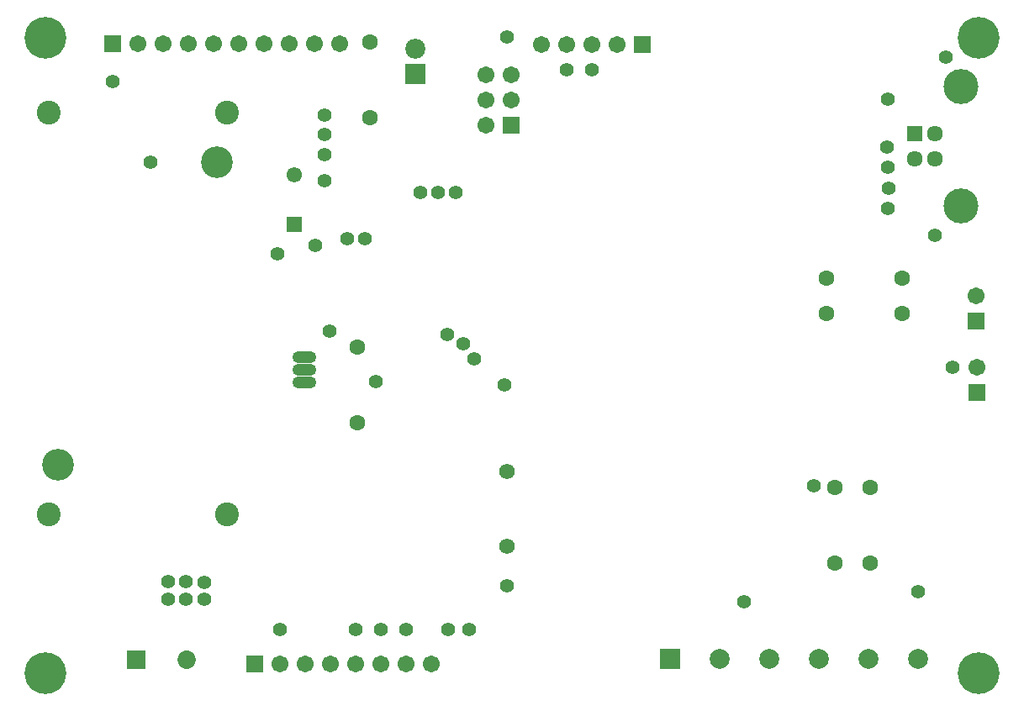
<source format=gbr>
%TF.GenerationSoftware,Altium Limited,Altium Designer,22.8.2 (66)*%
G04 Layer_Color=16711935*
%FSLAX45Y45*%
%MOMM*%
%TF.SameCoordinates,BD556100-397B-4985-8EB5-C039F1F1876F*%
%TF.FilePolarity,Negative*%
%TF.FileFunction,Soldermask,Bot*%
%TF.Part,Single*%
G01*
G75*
%TA.AperFunction,ComponentPad*%
%ADD47C,2.40320*%
%ADD48C,3.20320*%
%ADD49C,1.60320*%
%ADD50R,1.70320X1.70320*%
%ADD51C,1.70320*%
%ADD52O,2.42320X1.20320*%
%ADD53R,1.70320X1.70320*%
%ADD54C,2.01820*%
%ADD55R,2.01820X2.01820*%
%ADD56C,1.56120*%
%TA.AperFunction,ViaPad*%
%ADD57C,4.20320*%
%TA.AperFunction,ComponentPad*%
%ADD58C,1.55320*%
%ADD59R,1.55320X1.55320*%
%ADD60C,2.00320*%
%ADD61R,2.00320X2.00320*%
%ADD62R,1.85320X1.85320*%
%ADD63C,1.85320*%
%ADD64C,3.51920*%
%ADD65C,1.61120*%
%ADD66R,1.61120X1.61120*%
%TA.AperFunction,ViaPad*%
%ADD67C,1.40320*%
D47*
X332000Y1898300D02*
D03*
X2132000D02*
D03*
X332000Y5948300D02*
D03*
X2132000D02*
D03*
D48*
X2032000Y5448300D02*
D03*
X432000Y2398300D02*
D03*
D49*
X8166100Y3924300D02*
D03*
X8928100D02*
D03*
Y4279900D02*
D03*
X8166100D02*
D03*
X3568700Y6654800D02*
D03*
Y5892800D02*
D03*
X3441700Y3581400D02*
D03*
Y2819400D02*
D03*
X8610600Y1409700D02*
D03*
Y2171700D02*
D03*
X8255000D02*
D03*
Y1409700D02*
D03*
D50*
X9680100Y3124200D02*
D03*
X4991100Y5816600D02*
D03*
X9677400Y3848100D02*
D03*
D51*
X9680100Y3378200D02*
D03*
X1231900Y6642100D02*
D03*
X1739900D02*
D03*
X1993900D02*
D03*
X2247900D02*
D03*
X2501900D02*
D03*
X2755900D02*
D03*
X3009900D02*
D03*
X3263900D02*
D03*
X1485900D02*
D03*
X4737100Y6324600D02*
D03*
X4991100D02*
D03*
X4737100Y6070600D02*
D03*
X4991100D02*
D03*
X4737100Y5816600D02*
D03*
X4190778Y389521D02*
D03*
X3936778D02*
D03*
X3682778D02*
D03*
X3428778D02*
D03*
X3174778D02*
D03*
X2920778D02*
D03*
X2666778D02*
D03*
X9677400Y4102100D02*
D03*
X5295900Y6629400D02*
D03*
X5549900D02*
D03*
X5803900D02*
D03*
X6057900D02*
D03*
D52*
X2908475Y3479800D02*
D03*
Y3225800D02*
D03*
Y3352800D02*
D03*
D53*
X977900Y6642100D02*
D03*
X2412778Y389521D02*
D03*
X6311900Y6629400D02*
D03*
D54*
X4025900Y6591300D02*
D03*
D55*
Y6337300D02*
D03*
D56*
X4953000Y1575800D02*
D03*
Y2335800D02*
D03*
D57*
X300000Y6700000D02*
D03*
X9700000D02*
D03*
Y300000D02*
D03*
X300000D02*
D03*
D58*
X2806701Y5317300D02*
D03*
D59*
X2806699Y4817300D02*
D03*
D60*
X9089900Y444500D02*
D03*
X8589900D02*
D03*
X8089900D02*
D03*
X7589900D02*
D03*
X7089900D02*
D03*
D61*
X6589900D02*
D03*
D62*
X1219200Y437500D02*
D03*
D63*
X1727200D02*
D03*
D64*
X9525000Y6210300D02*
D03*
Y5006300D02*
D03*
D65*
X9255000Y5733300D02*
D03*
Y5483300D02*
D03*
X9055000D02*
D03*
D66*
Y5733300D02*
D03*
D67*
X2641600Y4521200D02*
D03*
X1358900Y5448300D02*
D03*
X8039100Y2184400D02*
D03*
X9258300Y4711700D02*
D03*
X9372600Y6502400D02*
D03*
X8788400Y6083300D02*
D03*
X9436100Y3378200D02*
D03*
X1536700Y1219200D02*
D03*
X1714500D02*
D03*
X1900710Y1217899D02*
D03*
X1905000Y1041400D02*
D03*
X1714500D02*
D03*
X1534687Y1042382D02*
D03*
X2665240Y738360D02*
D03*
X4953000Y1181100D02*
D03*
X8788400Y4978400D02*
D03*
X8789800Y5185785D02*
D03*
X4925840Y3202160D02*
D03*
X4951240Y6707360D02*
D03*
X5549900Y6375400D02*
D03*
X5803900D02*
D03*
X3340100Y4673600D02*
D03*
X3162300Y3746500D02*
D03*
X3517900Y4673600D02*
D03*
X4432300Y5143500D02*
D03*
X4254500D02*
D03*
X4076700D02*
D03*
X3111500Y5257800D02*
D03*
Y5918200D02*
D03*
Y5524500D02*
D03*
Y5727700D02*
D03*
X9092475Y1120111D02*
D03*
X3632200Y3238500D02*
D03*
X4348300Y3713300D02*
D03*
X4508500Y3619500D02*
D03*
X4622800Y3467100D02*
D03*
X8788400Y5397500D02*
D03*
X8775700Y5600700D02*
D03*
X3022600Y4610100D02*
D03*
X977900Y6261100D02*
D03*
X4572000Y736600D02*
D03*
X4356100D02*
D03*
X3937000D02*
D03*
X3683000D02*
D03*
X3429000D02*
D03*
X7340600Y1016000D02*
D03*
%TF.MD5,54415a8ca401bc82ec6570dfa97e333c*%
M02*

</source>
